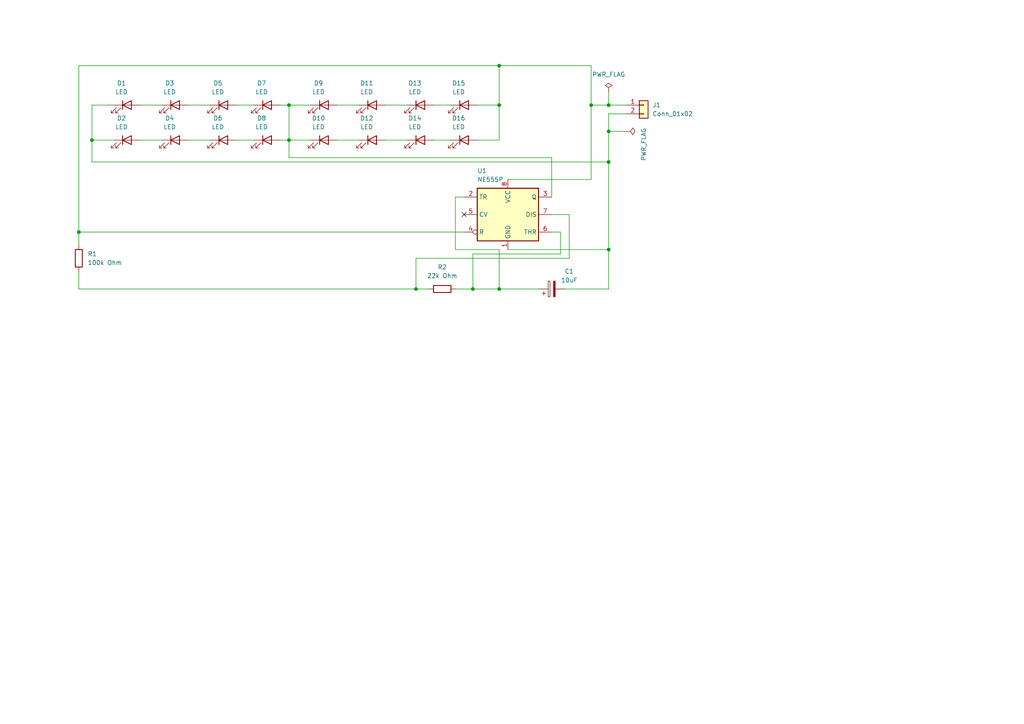
<source format=kicad_sch>
(kicad_sch (version 20211123) (generator eeschema)
  (paper "A4")
  (lib_symbols
    (symbol "Connector_Generic:Conn_01x02" (pin_names (offset 1.016) hide)
      (property "Reference" "J" (at 0 2.54 0))
      (property "Value" "Conn_01x02" (at 0 -5.08 0))
      (symbol "Conn_01x02_1_1"
        (rectangle (start -1.27 -2.413) (end 0 -2.667) (stroke (width 0.1524)))
        (rectangle (start -1.27 0.127) (end 0 -0.127) (stroke (width 0.1524)))
        (rectangle (start -1.27 1.27) (end 1.27 -3.81) (stroke (width 0.254)) (fill (type background)))
        (pin passive line (at -5.08 0 0) (length 3.81) (name "Pin_1") (number "1"))
        (pin passive line (at -5.08 -2.54 0) (length 3.81) (name "Pin_2") (number "2"))
      )
    )
    (symbol "Device:C_Polarized" (pin_numbers hide) (pin_names (offset 0.254))
      (property "Reference" "C" (at 0.635 2.54 0))
      (property "Value" "C_Polarized" (at 0.635 -2.54 0))
      (symbol "C_Polarized_0_1"
        (rectangle (start -2.286 0.508) (end 2.286 1.016))
        (polyline (pts (xy -1.778 2.286) (xy -0.762 2.286)))
        (polyline (pts (xy -1.27 2.794) (xy -1.27 1.778)))
        (rectangle (start 2.286 -0.508) (end -2.286 -1.016) (fill (type outline)))
      )
      (symbol "C_Polarized_1_1"
        (pin passive line (at 0 3.81 270) (length 2.794) (name "~") (number "1"))
        (pin passive line (at 0 -3.81 90) (length 2.794) (name "~") (number "2"))
      )
    )
    (symbol "Device:LED" (pin_numbers hide) (pin_names (offset 1.016) hide)
      (property "Reference" "D" (at 0 2.54 0))
      (property "Value" "LED" (at 0 -2.54 0))
      (symbol "LED_0_1"
        (polyline (pts (xy -1.27 -1.27) (xy -1.27 1.27)) (stroke (width 0.254)))
        (polyline (pts (xy -1.27 0) (xy 1.27 0)))
        (polyline (pts (xy 1.27 -1.27) (xy 1.27 1.27) (xy -1.27 0) (xy 1.27 -1.27)) (stroke (width 0.254)))
        (polyline (pts (xy -3.048 -0.762) (xy -4.572 -2.286) (xy -3.81 -2.286) (xy -4.572 -2.286) (xy -4.572 -1.524)))
        (polyline (pts (xy -1.778 -0.762) (xy -3.302 -2.286) (xy -2.54 -2.286) (xy -3.302 -2.286) (xy -3.302 -1.524)))
      )
      (symbol "LED_1_1"
        (pin passive line (at -3.81 0 0) (length 2.54) (name "K") (number "1"))
        (pin passive line (at 3.81 0 180) (length 2.54) (name "A") (number "2"))
      )
    )
    (symbol "Device:R" (pin_numbers hide) (pin_names (offset 0))
      (property "Reference" "R" (at 2.032 0 90))
      (property "Value" "R" (at 0 0 90))
      (symbol "R_0_1"
        (rectangle (start -1.016 -2.54) (end 1.016 2.54) (stroke (width 0.254)))
      )
      (symbol "R_1_1"
        (pin passive line (at 0 3.81 270) (length 1.27) (name "~") (number "1"))
        (pin passive line (at 0 -3.81 90) (length 1.27) (name "~") (number "2"))
      )
    )
    (symbol "Timer:NE555P"
      (property "Reference" "U" (at -10.16 8.89 0))
      (property "Value" "NE555P" (at 2.54 8.89 0))
      (symbol "NE555P_0_0"
        (pin power_in line (at 0 -10.16 90) (length 2.54) (name "GND") (number "1"))
        (pin power_in line (at 0 10.16 270) (length 2.54) (name "VCC") (number "8"))
      )
      (symbol "NE555P_0_1"
        (rectangle (start -8.89 -7.62) (end 8.89 7.62) (stroke (width 0.254)) (fill (type background)))
        (rectangle (start -8.89 -7.62) (end 8.89 7.62) (stroke (width 0.254)) (fill (type background)))
      )
      (symbol "NE555P_1_1"
        (pin input line (at -12.7 5.08 0) (length 3.81) (name "TR") (number "2"))
        (pin output line (at 12.7 5.08 180) (length 3.81) (name "Q") (number "3"))
        (pin input inverted (at -12.7 -5.08 0) (length 3.81) (name "R") (number "4"))
        (pin input line (at -12.7 0 0) (length 3.81) (name "CV") (number "5"))
        (pin input line (at 12.7 -5.08 180) (length 3.81) (name "THR") (number "6"))
        (pin input line (at 12.7 0 180) (length 3.81) (name "DIS") (number "7"))
      )
    )
    (symbol "power:PWR_FLAG" (power) (pin_numbers hide) (pin_names (offset 0) hide)
      (property "Value" "PWR_FLAG" (at 0 3.81 0))
      (symbol "PWR_FLAG_0_0"
        (pin power_out line (at 0 0 90) (length 0) (name "pwr") (number "1"))
      )
      (symbol "PWR_FLAG_0_1"
        (polyline (pts (xy 0 0) (xy 0 1.27) (xy -1.016 1.905) (xy 0 2.54) (xy 1.016 1.905) (xy 0 1.27)))
      )
    )
  )
  (junction (at 22.86 67.31))
  (junction (at 26.67 40.64))
  (junction (at 137.16 83.82))
  (junction (at 176.53 46.99))
  (junction (at 144.78 30.48))
  (junction (at 171.45 30.48))
  (junction (at 144.78 83.82))
  (junction (at 176.53 72.39))
  (junction (at 83.82 40.64))
  (junction (at 120.65 83.82))
  (junction (at 176.53 30.48))
  (junction (at 83.82 30.48))
  (junction (at 144.78 19.05))
  (junction (at 176.53 38.1))
  (no_connect (at 134.62 62.23))
  (wire (pts (xy 138.43 30.48) (xy 144.78 30.48)))
  (wire (pts (xy 137.16 83.82) (xy 144.78 83.82)))
  (wire (pts (xy 176.53 33.02) (xy 181.61 33.02)))
  (wire (pts (xy 132.08 83.82) (xy 137.16 83.82)))
  (wire (pts (xy 176.53 38.1) (xy 176.53 33.02)))
  (wire (pts (xy 26.67 30.48) (xy 33.02 30.48)))
  (wire (pts (xy 147.32 52.07) (xy 171.45 52.07)))
  (wire (pts (xy 22.86 19.05) (xy 144.78 19.05)))
  (wire (pts (xy 171.45 30.48) (xy 171.45 52.07)))
  (wire (pts (xy 160.02 57.15) (xy 160.02 45.72)))
  (wire (pts (xy 137.16 73.66) (xy 162.56 73.66)))
  (wire (pts (xy 26.67 46.99) (xy 26.67 40.64)))
  (wire (pts (xy 68.58 40.64) (xy 73.66 40.64)))
  (wire (pts (xy 163.83 83.82) (xy 176.53 83.82)))
  (wire (pts (xy 111.76 40.64) (xy 118.11 40.64)))
  (wire (pts (xy 176.53 26.67) (xy 176.53 30.48)))
  (wire (pts (xy 22.86 83.82) (xy 120.65 83.82)))
  (wire (pts (xy 120.65 83.82) (xy 124.46 83.82)))
  (wire (pts (xy 162.56 67.31) (xy 160.02 67.31)))
  (wire (pts (xy 165.1 74.93) (xy 120.65 74.93)))
  (wire (pts (xy 160.02 62.23) (xy 165.1 62.23)))
  (wire (pts (xy 81.28 40.64) (xy 83.82 40.64)))
  (wire (pts (xy 144.78 72.39) (xy 144.78 83.82)))
  (wire (pts (xy 176.53 30.48) (xy 181.61 30.48)))
  (wire (pts (xy 26.67 40.64) (xy 26.67 30.48)))
  (wire (pts (xy 26.67 46.99) (xy 176.53 46.99)))
  (wire (pts (xy 176.53 38.1) (xy 181.61 38.1)))
  (wire (pts (xy 138.43 40.64) (xy 144.78 40.64)))
  (wire (pts (xy 54.61 40.64) (xy 60.96 40.64)))
  (wire (pts (xy 132.08 57.15) (xy 134.62 57.15)))
  (wire (pts (xy 144.78 30.48) (xy 144.78 19.05)))
  (wire (pts (xy 176.53 46.99) (xy 176.53 72.39)))
  (wire (pts (xy 176.53 38.1) (xy 176.53 46.99)))
  (wire (pts (xy 22.86 67.31) (xy 134.62 67.31)))
  (wire (pts (xy 125.73 30.48) (xy 130.81 30.48)))
  (wire (pts (xy 160.02 45.72) (xy 83.82 45.72)))
  (wire (pts (xy 171.45 30.48) (xy 176.53 30.48)))
  (wire (pts (xy 40.64 40.64) (xy 46.99 40.64)))
  (wire (pts (xy 83.82 30.48) (xy 90.17 30.48)))
  (wire (pts (xy 26.67 40.64) (xy 33.02 40.64)))
  (wire (pts (xy 22.86 67.31) (xy 22.86 71.12)))
  (wire (pts (xy 147.32 72.39) (xy 176.53 72.39)))
  (wire (pts (xy 165.1 62.23) (xy 165.1 74.93)))
  (wire (pts (xy 144.78 83.82) (xy 156.21 83.82)))
  (wire (pts (xy 68.58 30.48) (xy 73.66 30.48)))
  (wire (pts (xy 132.08 72.39) (xy 144.78 72.39)))
  (wire (pts (xy 97.79 40.64) (xy 104.14 40.64)))
  (wire (pts (xy 120.65 74.93) (xy 120.65 83.82)))
  (wire (pts (xy 40.64 30.48) (xy 46.99 30.48)))
  (wire (pts (xy 162.56 73.66) (xy 162.56 67.31)))
  (wire (pts (xy 144.78 30.48) (xy 144.78 40.64)))
  (wire (pts (xy 97.79 30.48) (xy 104.14 30.48)))
  (wire (pts (xy 83.82 45.72) (xy 83.82 40.64)))
  (wire (pts (xy 22.86 67.31) (xy 22.86 19.05)))
  (wire (pts (xy 22.86 83.82) (xy 22.86 78.74)))
  (wire (pts (xy 111.76 30.48) (xy 118.11 30.48)))
  (wire (pts (xy 81.28 30.48) (xy 83.82 30.48)))
  (wire (pts (xy 83.82 40.64) (xy 90.17 40.64)))
  (wire (pts (xy 176.53 72.39) (xy 176.53 83.82)))
  (wire (pts (xy 83.82 40.64) (xy 83.82 30.48)))
  (wire (pts (xy 144.78 19.05) (xy 171.45 19.05)))
  (wire (pts (xy 132.08 57.15) (xy 132.08 72.39)))
  (wire (pts (xy 137.16 73.66) (xy 137.16 83.82)))
  (wire (pts (xy 125.73 40.64) (xy 130.81 40.64)))
  (wire (pts (xy 171.45 19.05) (xy 171.45 30.48)))
  (wire (pts (xy 54.61 30.48) (xy 60.96 30.48)))
  (symbol (lib_id "Device:LED") (at 50.8 30.48 0) (unit 1)
    (property "Reference" "D3" (at 49.2125 24.13 0))
    (property "Value" "LED" (at 49.2125 26.67 0))
    (property "Footprint" "LED_SMD:LED_0805_2012Metric" (effects hide))
  )
  (symbol (lib_id "Device:R") (at 128.27 83.82 90) (unit 1)
    (property "Reference" "R2" (at 128.27 77.47 90))
    (property "Value" "22k Ohm" (at 128.27 80.01 90))
    (property "Footprint" "Resistor_THT:R_Axial_DIN0309_L9.0mm_D3.2mm_P12.70mm_Horizontal" (effects hide))
  )
  (symbol (lib_id "Device:LED") (at 121.92 40.64 0) (unit 1)
    (property "Reference" "D14" (at 120.3325 34.29 0))
    (property "Value" "LED" (at 120.3325 36.83 0))
    (property "Footprint" "LED_SMD:LED_0805_2012Metric" (effects hide))
  )
  (symbol (lib_id "Device:LED") (at 36.83 40.64 0) (unit 1)
    (property "Reference" "D2" (at 35.2425 34.29 0))
    (property "Value" "LED" (at 35.2425 36.83 0))
    (property "Footprint" "LED_SMD:LED_0805_2012Metric" (effects hide))
  )
  (symbol (lib_id "Device:LED") (at 50.8 40.64 0) (unit 1)
    (property "Reference" "D4" (at 49.2125 34.29 0))
    (property "Value" "LED" (at 49.2125 36.83 0))
    (property "Footprint" "LED_SMD:LED_0805_2012Metric" (effects hide))
  )
  (symbol (lib_id "Device:LED") (at 134.62 30.48 0) (unit 1)
    (property "Reference" "D15" (at 133.0325 24.13 0))
    (property "Value" "LED" (at 133.0325 26.67 0))
    (property "Footprint" "LED_SMD:LED_0805_2012Metric" (effects hide))
  )
  (symbol (lib_id "Device:LED") (at 77.47 40.64 0) (unit 1)
    (property "Reference" "D8" (at 75.8825 34.29 0))
    (property "Value" "LED" (at 75.8825 36.83 0))
    (property "Footprint" "LED_SMD:LED_0805_2012Metric" (effects hide))
  )
  (symbol (lib_id "Device:LED") (at 134.62 40.64 0) (unit 1)
    (property "Reference" "D16" (at 133.0325 34.29 0))
    (property "Value" "LED" (at 133.0325 36.83 0))
    (property "Footprint" "LED_SMD:LED_0805_2012Metric" (effects hide))
  )
  (symbol (lib_id "Timer:NE555P") (at 147.32 62.23 0) (unit 1)
    (property "Reference" "U1" (at 138.43 49.53 0) (effects (justify left)))
    (property "Value" "NE555P" (at 138.43 52.07 0) (effects (justify left)))
    (property "Footprint" "Package_DIP:DIP-8_W7.62mm" (effects hide))
    (property "Datasheet" "http://www.ti.com/lit/ds/symlink/ne555.pdf" (effects hide))
  )
  (symbol (lib_id "Device:LED") (at 77.47 30.48 0) (unit 1)
    (property "Reference" "D7" (at 75.8825 24.13 0))
    (property "Value" "LED" (at 75.8825 26.67 0))
    (property "Footprint" "LED_SMD:LED_0805_2012Metric" (effects hide))
  )
  (symbol (lib_id "Device:LED") (at 107.95 40.64 0) (unit 1)
    (property "Reference" "D12" (at 106.3625 34.29 0))
    (property "Value" "LED" (at 106.3625 36.83 0))
    (property "Footprint" "LED_SMD:LED_0805_2012Metric" (effects hide))
  )
  (symbol (lib_id "Device:C_Polarized") (at 160.02 83.82 90) (unit 1)
    (property "Reference" "C1" (at 165.1 78.74 90))
    (property "Value" "10uF" (at 165.1 81.28 90))
    (property "Footprint" "Capacitor_THT:CP_Radial_D4.0mm_P2.00mm" (effects hide))
  )
  (symbol (lib_id "power:PWR_FLAG") (at 176.53 26.67 0) (unit 1)
    (property "Reference" "#FLG01" (effects hide))
    (property "Value" "PWR_FLAG" (at 176.53 21.59 0))
  )
  (symbol (lib_id "Device:R") (at 22.86 74.93 0) (unit 1)
    (property "Reference" "R1" (at 25.4 73.6599 0) (effects (justify left)))
    (property "Value" "100k Ohm" (at 25.4 76.1999 0) (effects (justify left)))
    (property "Footprint" "Resistor_THT:R_Axial_DIN0309_L9.0mm_D3.2mm_P12.70mm_Horizontal" (effects hide))
  )
  (symbol (lib_id "power:PWR_FLAG") (at 181.61 38.1 270) (unit 1)
    (property "Reference" "#FLG02" (effects hide))
    (property "Value" "PWR_FLAG" (at 186.69 41.91 0))
  )
  (symbol (lib_id "Connector_Generic:Conn_01x02") (at 186.69 30.48 0) (unit 1)
    (property "Reference" "J1" (at 189.23 30.4799 0) (effects (justify left)))
    (property "Value" "Conn_01x02" (at 189.23 33.0199 0) (effects (justify left)))
    (property "Footprint" "Connector_PinHeader_2.54mm:PinHeader_1x02_P2.54mm_Horizontal" (effects hide))
  )
  (symbol (lib_id "Device:LED") (at 36.83 30.48 0) (unit 1)
    (property "Reference" "D1" (at 35.2425 24.13 0))
    (property "Value" "LED" (at 35.2425 26.67 0))
    (property "Footprint" "LED_SMD:LED_0805_2012Metric" (effects hide))
  )
  (symbol (lib_id "Device:LED") (at 121.92 30.48 0) (unit 1)
    (property "Reference" "D13" (at 120.3325 24.13 0))
    (property "Value" "LED" (at 120.3325 26.67 0))
    (property "Footprint" "LED_SMD:LED_0805_2012Metric" (effects hide))
  )
  (symbol (lib_id "Device:LED") (at 64.77 30.48 0) (unit 1)
    (property "Reference" "D5" (at 63.1825 24.13 0))
    (property "Value" "LED" (at 63.1825 26.67 0))
    (property "Footprint" "LED_SMD:LED_0805_2012Metric" (effects hide))
  )
  (symbol (lib_id "Device:LED") (at 64.77 40.64 0) (unit 1)
    (property "Reference" "D6" (at 63.1825 34.29 0))
    (property "Value" "LED" (at 63.1825 36.83 0))
    (property "Footprint" "LED_SMD:LED_0805_2012Metric" (effects hide))
  )
  (symbol (lib_id "Device:LED") (at 107.95 30.48 0) (unit 1)
    (property "Reference" "D11" (at 106.3625 24.13 0))
    (property "Value" "LED" (at 106.3625 26.67 0))
    (property "Footprint" "LED_SMD:LED_0805_2012Metric" (effects hide))
  )
  (symbol (lib_id "Device:LED") (at 93.98 30.48 0) (unit 1)
    (property "Reference" "D9" (at 92.3925 24.13 0))
    (property "Value" "LED" (at 92.3925 26.67 0))
    (property "Footprint" "LED_SMD:LED_0805_2012Metric" (effects hide))
  )
  (symbol (lib_id "Device:LED") (at 93.98 40.64 0) (unit 1)
    (property "Reference" "D10" (at 92.3925 34.29 0))
    (property "Value" "LED" (at 92.3925 36.83 0))
    (property "Footprint" "LED_SMD:LED_0805_2012Metric" (effects hide))
  )
)
</source>
